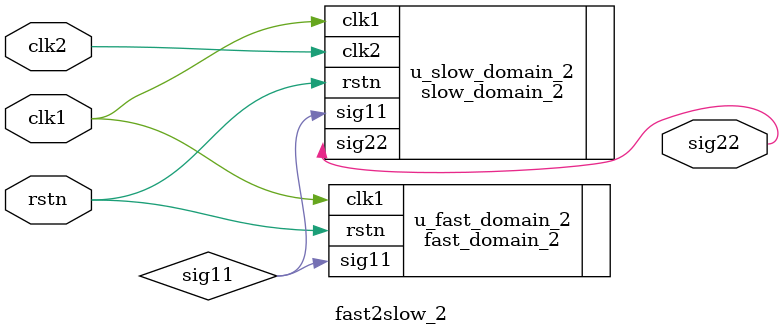
<source format=v>
module fast2slow_2
(
    input rstn,
    input clk1,
    input clk2,
    output sig22
);

    wire sig11;

    fast_domain_2 u_fast_domain_2
    (
        .clk1(clk1),
        .rstn(rstn),
        .sig11(sig11)
    );

    slow_domain_2 u_slow_domain_2
    (
        .rstn(rstn),
        .clk1(clk1),
        .sig11(sig11),
        .clk2(clk2),
        .sig22(sig22)
    );

endmodule

</source>
